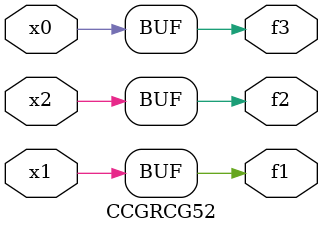
<source format=v>
module CCGRCG52(
	input x0, x1, x2,
	output f1, f2, f3
);
	assign f1 = x1;
	assign f2 = x2;
	assign f3 = x0;
endmodule

</source>
